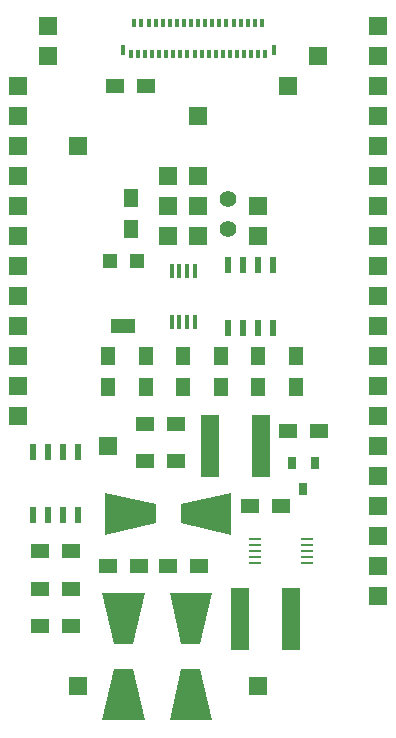
<source format=gts>
G04 (created by PCBNEW (25-Oct-2014 BZR 4029)-stable) date IDT 23:59:30 2015 ספט 30 ד'*
%MOIN*%
G04 Gerber Fmt 3.4, Leading zero omitted, Abs format*
%FSLAX34Y34*%
G01*
G70*
G90*
G04 APERTURE LIST*
%ADD10C,0.00590551*%
%ADD11R,0.0590551X0.0590551*%
%ADD12R,0.0591X0.2087*%
%ADD13R,0.0472X0.0591*%
%ADD14R,0.0591X0.0472*%
%ADD15R,0.015X0.05*%
%ADD16R,0.0394X0.0106*%
%ADD17R,0.0315X0.0394*%
%ADD18C,0.055*%
%ADD19R,0.0511811X0.0511811*%
%ADD20R,0.0787402X0.0511811*%
%ADD21R,0.0236X0.0551*%
%ADD22R,0.011811X0.0314961*%
%ADD23R,0.011811X0.0255906*%
%ADD24R,0.015748X0.0374016*%
G04 APERTURE END LIST*
G54D10*
G54D11*
X43000Y-42000D03*
X43000Y-30000D03*
X43000Y-41000D03*
X43000Y-31000D03*
X32000Y-29000D03*
X41000Y-30000D03*
X40000Y-31000D03*
X43000Y-47000D03*
X33000Y-51000D03*
X39000Y-51000D03*
X31000Y-42000D03*
X39000Y-35000D03*
X37000Y-34000D03*
X36000Y-34000D03*
X36000Y-35000D03*
X43000Y-35000D03*
X31000Y-31000D03*
X43000Y-43000D03*
X43000Y-29000D03*
X43000Y-40000D03*
X43000Y-45000D03*
X43000Y-44000D03*
X34000Y-43000D03*
X43000Y-46000D03*
X43000Y-32000D03*
X43000Y-39000D03*
X43000Y-33000D03*
X43000Y-38000D03*
X43000Y-37000D03*
X43000Y-34000D03*
X43000Y-36000D03*
X39000Y-36000D03*
X36000Y-36000D03*
X37000Y-36000D03*
G54D12*
X40100Y-48750D03*
X38400Y-48750D03*
X39100Y-43000D03*
X37400Y-43000D03*
G54D13*
X34750Y-35762D03*
X34750Y-34738D03*
G54D14*
X31738Y-47750D03*
X32762Y-47750D03*
X39988Y-42500D03*
X41012Y-42500D03*
X35012Y-47000D03*
X33988Y-47000D03*
G54D13*
X35250Y-39988D03*
X35250Y-41012D03*
X40250Y-39988D03*
X40250Y-41012D03*
X37750Y-39988D03*
X37750Y-41012D03*
G54D14*
X36262Y-42250D03*
X35238Y-42250D03*
G54D15*
X36884Y-37150D03*
X36628Y-37150D03*
X36372Y-37150D03*
X36116Y-37150D03*
X36116Y-38850D03*
X36372Y-38850D03*
X36628Y-38850D03*
X36884Y-38850D03*
G54D16*
X40625Y-46900D03*
X40625Y-46700D03*
X40625Y-46500D03*
X40625Y-46300D03*
X40625Y-46100D03*
X38875Y-46100D03*
X38875Y-46300D03*
X38875Y-46500D03*
X38875Y-46700D03*
X38875Y-46900D03*
G54D17*
X40500Y-44433D03*
X40125Y-43567D03*
X40875Y-43567D03*
G54D10*
G36*
X36041Y-47893D02*
X37459Y-47893D01*
X37065Y-49586D01*
X36435Y-49586D01*
X36041Y-47893D01*
X36041Y-47893D01*
G37*
G36*
X37459Y-52106D02*
X36041Y-52106D01*
X36435Y-50413D01*
X37065Y-50413D01*
X37459Y-52106D01*
X37459Y-52106D01*
G37*
G36*
X38106Y-44541D02*
X38106Y-45959D01*
X36413Y-45565D01*
X36413Y-44935D01*
X38106Y-44541D01*
X38106Y-44541D01*
G37*
G36*
X33893Y-45959D02*
X33893Y-44541D01*
X35586Y-44935D01*
X35586Y-45565D01*
X33893Y-45959D01*
X33893Y-45959D01*
G37*
G36*
X35209Y-52106D02*
X33791Y-52106D01*
X34185Y-50413D01*
X34815Y-50413D01*
X35209Y-52106D01*
X35209Y-52106D01*
G37*
G36*
X33791Y-47893D02*
X35209Y-47893D01*
X34815Y-49586D01*
X34185Y-49586D01*
X33791Y-47893D01*
X33791Y-47893D01*
G37*
G54D14*
X38738Y-45000D03*
X39762Y-45000D03*
G54D13*
X36500Y-39988D03*
X36500Y-41012D03*
G54D14*
X31738Y-46500D03*
X32762Y-46500D03*
G54D13*
X34000Y-39988D03*
X34000Y-41012D03*
X39000Y-39988D03*
X39000Y-41012D03*
G54D14*
X31738Y-49000D03*
X32762Y-49000D03*
X37012Y-47000D03*
X35988Y-47000D03*
X35238Y-43500D03*
X36262Y-43500D03*
G54D18*
X38000Y-34750D03*
X38000Y-35750D03*
G54D19*
X34047Y-36834D03*
X34952Y-36834D03*
G54D20*
X34500Y-39000D03*
G54D21*
X33000Y-45300D03*
X33000Y-43200D03*
X32500Y-45300D03*
X32000Y-45300D03*
X31500Y-45300D03*
X32500Y-43200D03*
X32000Y-43200D03*
X31500Y-43200D03*
X39500Y-39050D03*
X39500Y-36950D03*
X39000Y-39050D03*
X38500Y-39050D03*
X38000Y-39050D03*
X39000Y-36950D03*
X38500Y-36950D03*
X38000Y-36950D03*
G54D11*
X43000Y-48000D03*
G54D22*
X34750Y-29907D03*
G54D23*
X34868Y-28903D03*
G54D22*
X34986Y-29907D03*
G54D23*
X35104Y-28903D03*
G54D22*
X35222Y-29907D03*
G54D23*
X35340Y-28903D03*
G54D22*
X35458Y-29907D03*
G54D23*
X35576Y-28903D03*
G54D22*
X35694Y-29907D03*
G54D23*
X35812Y-28903D03*
G54D22*
X35931Y-29907D03*
G54D23*
X36049Y-28903D03*
G54D22*
X36167Y-29907D03*
G54D23*
X36285Y-28903D03*
G54D22*
X36403Y-29907D03*
G54D23*
X36521Y-28903D03*
G54D22*
X36639Y-29907D03*
G54D23*
X36757Y-28903D03*
G54D22*
X36875Y-29907D03*
G54D23*
X36994Y-28903D03*
G54D22*
X37112Y-29907D03*
G54D23*
X37230Y-28903D03*
G54D22*
X37348Y-29907D03*
G54D23*
X37466Y-28903D03*
G54D22*
X37584Y-29907D03*
G54D23*
X37702Y-28903D03*
G54D22*
X37820Y-29907D03*
G54D23*
X37938Y-28903D03*
G54D22*
X38057Y-29907D03*
G54D23*
X38175Y-28903D03*
G54D22*
X38293Y-29907D03*
G54D23*
X38411Y-28903D03*
G54D22*
X38529Y-29907D03*
G54D23*
X38647Y-28903D03*
G54D22*
X38765Y-29907D03*
G54D23*
X38883Y-28903D03*
G54D22*
X39001Y-29907D03*
G54D23*
X39120Y-28903D03*
G54D22*
X39238Y-29907D03*
G54D24*
X39513Y-29799D03*
X34474Y-29799D03*
G54D11*
X37000Y-32000D03*
X31000Y-32000D03*
X32000Y-30000D03*
X31000Y-41000D03*
X31000Y-39000D03*
X31000Y-33000D03*
X31000Y-40000D03*
X33000Y-33000D03*
X31000Y-34000D03*
X31000Y-38000D03*
X31000Y-37000D03*
X31000Y-35000D03*
X31000Y-36000D03*
X37000Y-35000D03*
G54D14*
X35262Y-31000D03*
X34238Y-31000D03*
M02*

</source>
